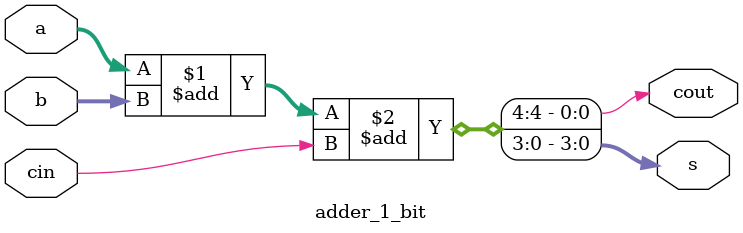
<source format=v>
module adder_1_bit (
				input [3:0] a, b, input cin,
		      output [3:0] s, output cout);

	assign {cout, s} = a + b + cin;
	
endmodule
</source>
